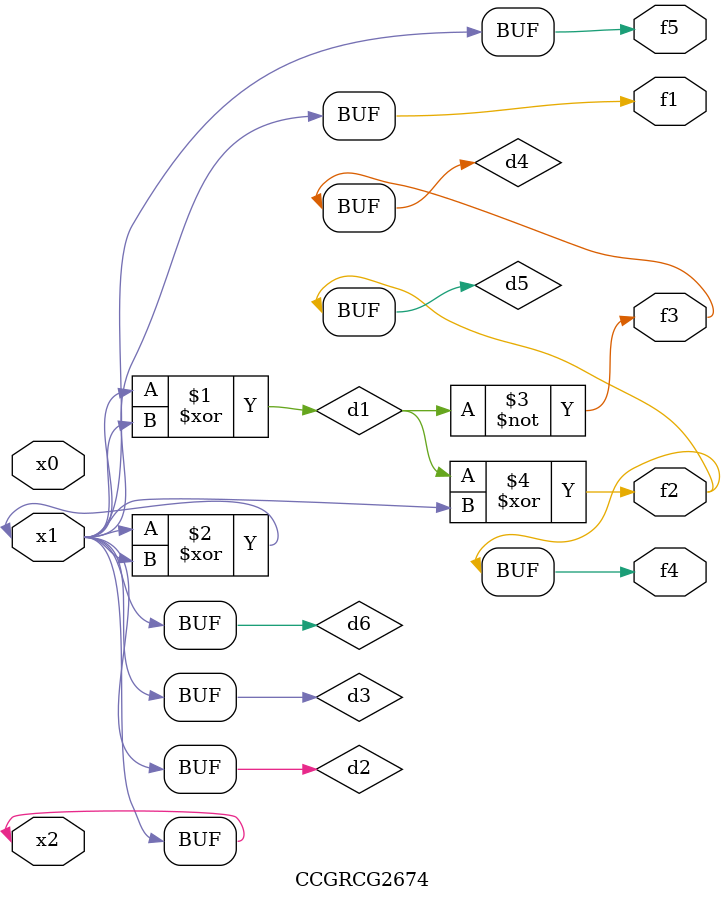
<source format=v>
module CCGRCG2674(
	input x0, x1, x2,
	output f1, f2, f3, f4, f5
);

	wire d1, d2, d3, d4, d5, d6;

	xor (d1, x1, x2);
	buf (d2, x1, x2);
	xor (d3, x1, x2);
	nor (d4, d1);
	xor (d5, d1, d2);
	buf (d6, d2, d3);
	assign f1 = d6;
	assign f2 = d5;
	assign f3 = d4;
	assign f4 = d5;
	assign f5 = d6;
endmodule

</source>
